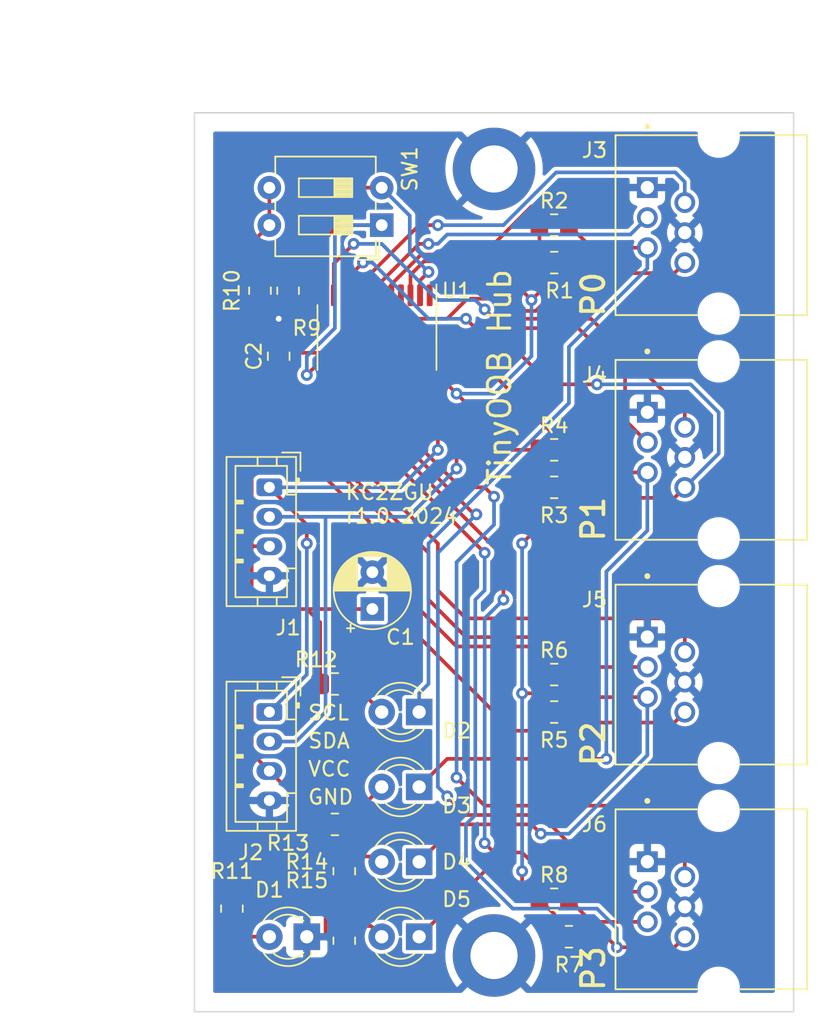
<source format=kicad_pcb>
(kicad_pcb (version 20240108) (generator "pcbnew") (generator_version "8.0")
  (layers (0 "F.Cu" signal) (31 "B.Cu" signal) (34 "B.Paste" user) (35 "F.Paste" user) (36 "B.SilkS" user "B.Silkscreen") (37 "F.SilkS" user "F.Silkscreen") (38 "B.Mask" user) (39 "F.Mask" user) (44 "Edge.Cuts" user))
  (net 0 "")
  (net 1 "+3.3V")
  (net 2 "GND")
  (net 3 "SCL")
  (net 4 "SDA")
  (net 5 "/RBTN0")
  (net 6 "/PBTN0")
  (net 7 "/PSENSE0")
  (net 8 "/SBSENSE0")
  (net 9 "/RBTN1")
  (net 10 "/PBTN1")
  (net 11 "/PSENSE1")
  (net 12 "/SBSENSE1")
  (net 13 "/RBTN2")
  (net 14 "/PBTN2")
  (net 15 "/PSENSE2")
  (net 16 "/SBSENSE2")
  (net 17 "/RBTN3")
  (net 18 "/PBTN3")
  (net 19 "/PSENSE3")
  (net 20 "/SBSENSE3")
  (net 22 "Net-(U1-A0)")
  (net 23 "Net-(U1-A1)")
  (net 24 "Net-(D1-A)")
  (net 25 "Net-(D2-A)")
  (net 26 "Net-(D3-A)")
  (net 27 "Net-(D4-A)")
  (net 28 "Net-(D5-A)")
  (footprint "LED_THT:LED_D3.0mm" (layer "F.Cu") (at 119.38 106.68 180)
    (property "Reference" "D4" (at -2.54 0 180) (layer "F.SilkS"))
    (property "Value" "LED")
    (pad "1" thru_hole rect (at 0 0 180) (size 1.8 1.8) (drill 0.9) (layers "*.Cu" "*.Mask") (net 15 "/PSENSE2"))
    (pad "2" thru_hole circle (at 2.54 0 180) (size 1.8 1.8) (drill 0.9) (layers "*.Cu" "*.Mask") (net 27 "Net-(D4-A)"))
  )
  (footprint "Resistor_SMD:R_0805_2012Metric_Pad1.20x1.40mm_HandSolder" (layer "F.Cu") (at 128.54 109.22)
    (property "Reference" "R8" (at 0 -1.65 0) (layer "F.SilkS"))
    (property "Value" "10K")
    (pad "1" smd roundrect (at -1 0) (size 1.2 1.4) (layers "F.Cu" "F.Paste" "F.Mask") (roundrect_rratio 0.208333) (net 1 "+3.3V"))
    (pad "2" smd roundrect (at 1 0) (size 1.2 1.4) (layers "F.Cu" "F.Paste" "F.Mask") (roundrect_rratio 0.208333) (net 19 "/PSENSE3"))
  )
  (footprint "Resistor_SMD:R_0805_2012Metric_Pad1.20x1.40mm_HandSolder" (layer "F.Cu") (at 113.665 94.615)
    (property "Reference" "R12" (at -1.27 -1.65 0) (layer "F.SilkS"))
    (property "Value" "150")
    (pad "1" smd roundrect (at -1 0) (size 1.2 1.4) (layers "F.Cu" "F.Paste" "F.Mask") (roundrect_rratio 0.208333) (net 1 "+3.3V"))
    (pad "2" smd roundrect (at 1 0) (size 1.2 1.4) (layers "F.Cu" "F.Paste" "F.Mask") (roundrect_rratio 0.208333) (net 25 "Net-(D2-A)"))
  )
  (footprint "LED_THT:LED_D3.0mm" (layer "F.Cu") (at 119.38 101.6 180)
    (property "Reference" "D3" (at -2.54 -1.27 180) (layer "F.SilkS"))
    (property "Value" "LED")
    (pad "1" thru_hole rect (at 0 0 180) (size 1.8 1.8) (drill 0.9) (layers "*.Cu" "*.Mask") (net 11 "/PSENSE1"))
    (pad "2" thru_hole circle (at 2.54 0 180) (size 1.8 1.8) (drill 0.9) (layers "*.Cu" "*.Mask") (net 26 "Net-(D3-A)"))
  )
  (footprint "footprints:CUI_CRJ030-G-TH" (layer "F.Cu") (at 139.7 78.74 90)
    (property "Reference" "J4" (at 5.08 -8.425 180) (layer "F.SilkS"))
    (property "Value" "6P6C")
    (pad "" np_thru_hole circle (at -6 0 90) (size 2.36 2.36) (drill 2.36) (layers "*.Cu" "*.Mask"))
    (pad "" np_thru_hole circle (at 6 0 90) (size 2.36 2.36) (drill 2.36) (layers "*.Cu" "*.Mask"))
    (pad "1" thru_hole rect (at 2.55 -4.84 90) (size 1.408 1.408) (drill 0.9) (layers "*.Cu" "*.Mask") (net 2 "GND"))
    (pad "2" thru_hole circle (at 1.53 -2.3 90) (size 1.408 1.408) (drill 0.9) (layers "*.Cu" "*.Mask") (net 9 "/RBTN1"))
    (pad "3" thru_hole circle (at 0.51 -4.84 90) (size 1.408 1.408) (drill 0.9) (layers "*.Cu" "*.Mask") (net 10 "/PBTN1"))
    (pad "4" thru_hole circle (at -0.51 -2.3 90) (size 1.408 1.408) (drill 0.9) (layers "*.Cu" "*.Mask") (net 2 "GND"))
    (pad "5" thru_hole circle (at -1.53 -4.84 90) (size 1.408 1.408) (drill 0.9) (layers "*.Cu" "*.Mask") (net 11 "/PSENSE1"))
    (pad "6" thru_hole circle (at -2.55 -2.3 90) (size 1.408 1.408) (drill 0.9) (layers "*.Cu" "*.Mask") (net 12 "/SBSENSE1"))
  )
  (footprint "Resistor_SMD:R_0805_2012Metric_Pad1.20x1.40mm_HandSolder" (layer "F.Cu") (at 110.49 67.945 -90)
    (property "Reference" "R9" (at 2.54 -1.27 180) (layer "F.SilkS"))
    (property "Value" "10K")
    (pad "1" smd roundrect (at -1 0 270) (size 1.2 1.4) (layers "F.Cu" "F.Paste" "F.Mask") (roundrect_rratio 0.208333) (net 22 "Net-(U1-A0)"))
    (pad "2" smd roundrect (at 1 0 270) (size 1.2 1.4) (layers "F.Cu" "F.Paste" "F.Mask") (roundrect_rratio 0.208333) (net 2 "GND"))
  )
  (footprint "LED_THT:LED_D3.0mm" (layer "F.Cu") (at 119.38 111.76 180)
    (property "Reference" "D5" (at -2.54 2.54 180) (layer "F.SilkS"))
    (property "Value" "LED")
    (pad "1" thru_hole rect (at 0 0 180) (size 1.8 1.8) (drill 0.9) (layers "*.Cu" "*.Mask") (net 19 "/PSENSE3"))
    (pad "2" thru_hole circle (at 2.54 0 180) (size 1.8 1.8) (drill 0.9) (layers "*.Cu" "*.Mask") (net 28 "Net-(D5-A)"))
  )
  (footprint "Resistor_SMD:R_0805_2012Metric_Pad1.20x1.40mm_HandSolder" (layer "F.Cu") (at 114.3 107.315 90)
    (property "Reference" "R14" (at 0.635 -2.54 0) (layer "F.SilkS"))
    (property "Value" "150")
    (pad "1" smd roundrect (at -1 0 90) (size 1.2 1.4) (layers "F.Cu" "F.Paste" "F.Mask") (roundrect_rratio 0.208333) (net 1 "+3.3V"))
    (pad "2" smd roundrect (at 1 0 90) (size 1.2 1.4) (layers "F.Cu" "F.Paste" "F.Mask") (roundrect_rratio 0.208333) (net 27 "Net-(D4-A)"))
  )
  (footprint "Resistor_SMD:R_0805_2012Metric_Pad1.20x1.40mm_HandSolder" (layer "F.Cu") (at 129.54 111.76)
    (property "Reference" "R7" (at 0 1.905 0) (layer "F.SilkS"))
    (property "Value" "10K")
    (pad "1" smd roundrect (at -1 0) (size 1.2 1.4) (layers "F.Cu" "F.Paste" "F.Mask") (roundrect_rratio 0.208333) (net 1 "+3.3V"))
    (pad "2" smd roundrect (at 1 0) (size 1.2 1.4) (layers "F.Cu" "F.Paste" "F.Mask") (roundrect_rratio 0.208333) (net 20 "/SBSENSE3"))
  )
  (footprint "Resistor_SMD:R_0805_2012Metric_Pad1.20x1.40mm_HandSolder" (layer "F.Cu") (at 108.585 67.945 -90)
    (property "Reference" "R10" (at 0 1.905 90) (layer "F.SilkS"))
    (property "Value" "10K")
    (pad "1" smd roundrect (at -1 0 270) (size 1.2 1.4) (layers "F.Cu" "F.Paste" "F.Mask") (roundrect_rratio 0.208333) (net 23 "Net-(U1-A1)"))
    (pad "2" smd roundrect (at 1 0 270) (size 1.2 1.4) (layers "F.Cu" "F.Paste" "F.Mask") (roundrect_rratio 0.208333) (net 2 "GND"))
  )
  (footprint "MountingHole:MountingHole_3.2mm_M3_DIN965_Pad" (layer "F.Cu") (at 124.46 113.03)
    (property "Reference" "H2" (hide yes))
    (property "Value" "MountingHole_Pad")
    (pad "1" thru_hole circle (at 0 0) (size 5.6 5.6) (drill 3.2) (layers "*.Cu" "*.Mask") (net 2 "GND"))
  )
  (footprint "Connector_JST:JST_PH_B4B-PH-K_1x04_P2.00mm_Vertical" (layer "F.Cu") (at 109.22 96.52 -90)
    (property "Reference" "J2" (at 9.525 1.27 180) (layer "F.SilkS"))
    (property "Value" "Conn_01x04_Male")
    (pad "1" thru_hole roundrect (at 0 0 270) (size 1.2 1.75) (drill 0.75) (layers "*.Cu" "*.Mask") (roundrect_rratio 0.208333) (net 3 "SCL"))
    (pad "2" thru_hole oval (at 2 0 270) (size 1.2 1.75) (drill 0.75) (layers "*.Cu" "*.Mask") (net 4 "SDA"))
    (pad "3" thru_hole oval (at 4 0 270) (size 1.2 1.75) (drill 0.75) (layers "*.Cu" "*.Mask") (net 1 "+3.3V"))
    (pad "4" thru_hole oval (at 6 0 270) (size 1.2 1.75) (drill 0.75) (layers "*.Cu" "*.Mask") (net 2 "GND"))
  )
  (footprint "footprints:CUI_CRJ030-G-TH" (layer "F.Cu") (at 139.7 63.5 90)
    (property "Reference" "J3" (at 5.08 -8.425 180) (layer "F.SilkS"))
    (property "Value" "6P6C")
    (pad "" np_thru_hole circle (at -6 0 90) (size 2.36 2.36) (drill 2.36) (layers "*.Cu" "*.Mask"))
    (pad "" np_thru_hole circle (at 6 0 90) (size 2.36 2.36) (drill 2.36) (layers "*.Cu" "*.Mask"))
    (pad "1" thru_hole rect (at 2.55 -4.84 90) (size 1.408 1.408) (drill 0.9) (layers "*.Cu" "*.Mask") (net 2 "GND"))
    (pad "2" thru_hole circle (at 1.53 -2.3 90) (size 1.408 1.408) (drill 0.9) (layers "*.Cu" "*.Mask") (net 5 "/RBTN0"))
    (pad "3" thru_hole circle (at 0.51 -4.84 90) (size 1.408 1.408) (drill 0.9) (layers "*.Cu" "*.Mask") (net 6 "/PBTN0"))
    (pad "4" thru_hole circle (at -0.51 -2.3 90) (size 1.408 1.408) (drill 0.9) (layers "*.Cu" "*.Mask") (net 2 "GND"))
    (pad "5" thru_hole circle (at -1.53 -4.84 90) (size 1.408 1.408) (drill 0.9) (layers "*.Cu" "*.Mask") (net 7 "/PSENSE0"))
    (pad "6" thru_hole circle (at -2.55 -2.3 90) (size 1.408 1.408) (drill 0.9) (layers "*.Cu" "*.Mask") (net 8 "/SBSENSE0"))
  )
  (footprint "footprints:CUI_CRJ030-G-TH" (layer "F.Cu") (at 139.7 93.98 90)
    (property "Reference" "J5" (at 5.08 -8.425 180) (layer "F.SilkS"))
    (property "Value" "6P6C")
    (pad "" np_thru_hole circle (at -6 0 90) (size 2.36 2.36) (drill 2.36) (layers "*.Cu" "*.Mask"))
    (pad "" np_thru_hole circle (at 6 0 90) (size 2.36 2.36) (drill 2.36) (layers "*.Cu" "*.Mask"))
    (pad "1" thru_hole rect (at 2.55 -4.84 90) (size 1.408 1.408) (drill 0.9) (layers "*.Cu" "*.Mask") (net 2 "GND"))
    (pad "2" thru_hole circle (at 1.53 -2.3 90) (size 1.408 1.408) (drill 0.9) (layers "*.Cu" "*.Mask") (net 13 "/RBTN2"))
    (pad "3" thru_hole circle (at 0.51 -4.84 90) (size 1.408 1.408) (drill 0.9) (layers "*.Cu" "*.Mask") (net 14 "/PBTN2"))
    (pad "4" thru_hole circle (at -0.51 -2.3 90) (size 1.408 1.408) (drill 0.9) (layers "*.Cu" "*.Mask") (net 2 "GND"))
    (pad "5" thru_hole circle (at -1.53 -4.84 90) (size 1.408 1.408) (drill 0.9) (layers "*.Cu" "*.Mask") (net 15 "/PSENSE2"))
    (pad "6" thru_hole circle (at -2.55 -2.3 90) (size 1.408 1.408) (drill 0.9) (layers "*.Cu" "*.Mask") (net 16 "/SBSENSE2"))
  )
  (footprint "Package_SO:TSSOP-24_4.4x7.8mm_P0.65mm" (layer "F.Cu") (at 116.5175 71.12 -90)
    (property "Reference" "U1" (at -3.175 -5.4025 180) (layer "F.SilkS"))
    (property "Value" "PCA9555PW")
    (pad "1" smd roundrect (at -2.8625 -3.575 270) (size 1.475 0.4) (layers "F.Cu" "F.Paste" "F.Mask"))
    (pad "2" smd roundrect (at -2.8625 -2.925 270) (size 1.475 0.4) (layers "F.Cu" "F.Paste" "F.Mask") (net 23 "Net-(U1-A1)"))
    (pad "3" smd roundrect (at -2.8625 -2.275 270) (size 1.475 0.4) (layers "F.Cu" "F.Paste" "F.Mask") (net 1 "+3.3V"))
    (pad "4" smd roundrect (at -2.8625 -1.625 270) (size 1.475 0.4) (layers "F.Cu" "F.Paste" "F.Mask") (net 8 "/SBSENSE0"))
    (pad "5" smd roundrect (at -2.8625 -0.975 270) (size 1.475 0.4) (layers "F.Cu" "F.Paste" "F.Mask") (net 7 "/PSENSE0"))
    (pad "6" smd roundrect (at -2.8625 -0.325 270) (size 1.475 0.4) (layers "F.Cu" "F.Paste" "F.Mask") (net 6 "/PBTN0"))
    (pad "7" smd roundrect (at -2.8625 0.325 270) (size 1.475 0.4) (layers "F.Cu" "F.Paste" "F.Mask") (net 5 "/RBTN0"))
    (pad "8" smd roundrect (at -2.8625 0.975 270) (size 1.475 0.4) (layers "F.Cu" "F.Paste" "F.Mask") (net 12 "/SBSENSE1"))
    (pad "9" smd roundrect (at -2.8625 1.625 270) (size 1.475 0.4) (layers "F.Cu" "F.Paste" "F.Mask") (net 11 "/PSENSE1"))
    (pad "10" smd roundrect (at -2.8625 2.275 270) (size 1.475 0.4) (layers "F.Cu" "F.Paste" "F.Mask") (net 10 "/PBTN1"))
    (pad "11" smd roundrect (at -2.8625 2.925 270) (size 1.475 0.4) (layers "F.Cu" "F.Paste" "F.Mask") (net 9 "/RBTN1"))
    (pad "12" smd roundrect (at -2.8625 3.575 270) (size 1.475 0.4) (layers "F.Cu" "F.Paste" "F.Mask") (net 2 "GND"))
    (pad "13" smd roundrect (at 2.8625 3.575 270) (size 1.475 0.4) (layers "F.Cu" "F.Paste" "F.Mask") (net 16 "/SBSENSE2"))
    (pad "14" smd roundrect (at 2.8625 2.925 270) (size 1.475 0.4) (layers "F.Cu" "F.Paste" "F.Mask") (net 15 "/PSENSE2"))
    (pad "15" smd roundrect (at 2.8625 2.275 270) (size 1.475 0.4) (layers "F.Cu" "F.Paste" "F.Mask") (net 14 "/PBTN2"))
    (pad "16" smd roundrect (at 2.8625 1.625 270) (size 1.475 0.4) (layers "F.Cu" "F.Paste" "F.Mask") (net 13 "/RBTN2"))
    (pad "17" smd roundrect (at 2.8625 0.975 270) (size 1.475 0.4) (layers "F.Cu" "F.Paste" "F.Mask") (net 20 "/SBSENSE3"))
    (pad "18" smd roundrect (at 2.8625 0.325 270) (size 1.475 0.4) (layers "F.Cu" "F.Paste" "F.Mask") (net 19 "/PSENSE3"))
    (pad "19" smd roundrect (at 2.8625 -0.325 270) (size 1.475 0.4) (layers "F.Cu" "F.Paste" "F.Mask") (net 18 "/PBTN3"))
    (pad "20" smd roundrect (at 2.8625 -0.975 270) (size 1.475 0.4) (layers "F.Cu" "F.Paste" "F.Mask") (net 17 "/RBTN3"))
    (pad "21" smd roundrect (at 2.8625 -1.625 270) (size 1.475 0.4) (layers "F.Cu" "F.Paste" "F.Mask") (net 22 "Net-(U1-A0)"))
    (pad "22" smd roundrect (at 2.8625 -2.275 270) (size 1.475 0.4) (layers "F.Cu" "F.Paste" "F.Mask") (net 3 "SCL"))
    (pad "23" smd roundrect (at 2.8625 -2.925 270) (size 1.475 0.4) (layers "F.Cu" "F.Paste" "F.Mask") (net 4 "SDA"))
    (pad "24" smd roundrect (at 2.8625 -3.575 270) (size 1.475 0.4) (layers "F.Cu" "F.Paste" "F.Mask") (net 1 "+3.3V"))
  )
  (footprint "Resistor_SMD:R_0805_2012Metric_Pad1.20x1.40mm_HandSolder" (layer "F.Cu") (at 113.665 104.14)
    (property "Reference" "R13" (at -3.175 1.27 0) (layer "F.SilkS"))
    (property "Value" "150")
    (pad "1" smd roundrect (at -1 0) (size 1.2 1.4) (layers "F.Cu" "F.Paste" "F.Mask") (roundrect_rratio 0.208333) (net 1 "+3.3V"))
    (pad "2" smd roundrect (at 1 0) (size 1.2 1.4) (layers "F.Cu" "F.Paste" "F.Mask") (roundrect_rratio 0.208333) (net 26 "Net-(D3-A)"))
  )
  (footprint "Button_Switch_THT:SW_DIP_SPSTx02_Slide_6.7x6.64mm_W7.62mm_P2.54mm_LowProfile" (layer "F.Cu") (at 116.84 63.5 180)
    (property "Reference" "SW1" (at -1.905 3.81 -90) (layer "F.SilkS"))
    (property "Value" "SW_DIP_x02")
    (pad "1" thru_hole rect (at 0 0 180) (size 1.6 1.6) (drill 0.8) (layers "*.Cu" "*.Mask") (net 22 "Net-(U1-A0)"))
    (pad "2" thru_hole oval (at 0 2.54 180) (size 1.6 1.6) (drill 0.8) (layers "*.Cu" "*.Mask") (net 23 "Net-(U1-A1)"))
    (pad "3" thru_hole oval (at 7.62 2.54 180) (size 1.6 1.6) (drill 0.8) (layers "*.Cu" "*.Mask") (net 1 "+3.3V"))
    (pad "4" thru_hole oval (at 7.62 0 180) (size 1.6 1.6) (drill 0.8) (layers "*.Cu" "*.Mask") (net 1 "+3.3V"))
  )
  (footprint "Resistor_SMD:R_0805_2012Metric_Pad1.20x1.40mm_HandSolder" (layer "F.Cu") (at 106.68 109.855 -90)
    (property "Reference" "R11" (at -2.54 0 180) (layer "F.SilkS"))
    (property "Value" "150")
    (pad "1" smd roundrect (at -1 0 270) (size 1.2 1.4) (layers "F.Cu" "F.Paste" "F.Mask") (roundrect_rratio 0.208333) (net 1 "+3.3V"))
    (pad "2" smd roundrect (at 1 0 270) (size 1.2 1.4) (layers "F.Cu" "F.Paste" "F.Mask") (roundrect_rratio 0.208333) (net 24 "Net-(D1-A)"))
  )
  (footprint "Resistor_SMD:R_0805_2012Metric_Pad1.20x1.40mm_HandSolder" (layer "F.Cu") (at 114.3 112.03 90)
    (property "Reference" "R15" (at 4.08 -2.54 0) (layer "F.SilkS"))
    (property "Value" "150")
    (pad "1" smd roundrect (at -1 0 90) (size 1.2 1.4) (layers "F.Cu" "F.Paste" "F.Mask") (roundrect_rratio 0.208333) (net 1 "+3.3V"))
    (pad "2" smd roundrect (at 1 0 90) (size 1.2 1.4) (layers "F.Cu" "F.Paste" "F.Mask") (roundrect_rratio 0.208333) (net 28 "Net-(D5-A)"))
  )
  (footprint "Resistor_SMD:R_0805_2012Metric_Pad1.20x1.40mm_HandSolder" (layer "F.Cu") (at 128.54 93.98)
    (property "Reference" "R6" (at 0 -1.65 0) (layer "F.SilkS"))
    (property "Value" "10K")
    (pad "1" smd roundrect (at -1 0) (size 1.2 1.4) (layers "F.Cu" "F.Paste" "F.Mask") (roundrect_rratio 0.208333) (net 1 "+3.3V"))
    (pad "2" smd roundrect (at 1 0) (size 1.2 1.4) (layers "F.Cu" "F.Paste" "F.Mask") (roundrect_rratio 0.208333) (net 15 "/PSENSE2"))
  )
  (footprint "Capacitor_SMD:C_0805_2012Metric_Pad1.18x1.45mm_HandSolder" (layer "F.Cu") (at 109.855 72.39 90)
    (property "Reference" "C2" (at 0 -1.68 90) (layer "F.SilkS"))
    (property "Value" "10nF")
    (pad "1" smd roundrect (at -1.0375 0 90) (size 1.175 1.45) (layers "F.Cu" "F.Paste" "F.Mask") (roundrect_rratio 0.212766) (net 1 "+3.3V"))
    (pad "2" smd roundrect (at 1.0375 0 90) (size 1.175 1.45) (layers "F.Cu" "F.Paste" "F.Mask") (roundrect_rratio 0.212766) (net 2 "GND"))
  )
  (footprint "Resistor_SMD:R_0805_2012Metric_Pad1.20x1.40mm_HandSolder" (layer "F.Cu") (at 128.54 81.28)
    (property "Reference" "R3" (at 0 1.905 0) (layer "F.SilkS"))
    (property "Value" "10K")
    (pad "1" smd roundrect (at -1 0) (size 1.2 1.4) (layers "F.Cu" "F.Paste" "F.Mask") (roundrect_rratio 0.208333) (net 1 "+3.3V"))
    (pad "2" smd roundrect (at 1 0) (size 1.2 1.4) (layers "F.Cu" "F.Paste" "F.Mask") (roundrect_rratio 0.208333) (net 12 "/SBSENSE1"))
  )
  (footprint "Capacitor_THT:CP_Radial_D5.0mm_P2.50mm" (layer "F.Cu") (at 116.205 89.535 90)
    (property "Reference" "C1" (at -1.905 1.905 0) (layer "F.SilkS"))
    (property "Value" "10uF")
    (pad "1" thru_hole rect (at 0 0 90) (size 1.6 1.6) (drill 0.8) (layers "*.Cu" "*.Mask") (net 1 "+3.3V"))
    (pad "2" thru_hole circle (at 2.5 0 90) (size 1.6 1.6) (drill 0.8) (layers "*.Cu" "*.Mask") (net 2 "GND"))
  )
  (footprint "LED_THT:LED_D3.0mm" (layer "F.Cu") (at 111.76 111.76 180)
    (property "Reference" "D1" (at 2.54 3.175 180) (layer "F.SilkS"))
    (property "Value" "LED")
    (pad "1" thru_hole rect (at 0 0 180) (size 1.8 1.8) (drill 0.9) (layers "*.Cu" "*.Mask") (net 2 "GND"))
    (pad "2" thru_hole circle (at 2.54 0 180) (size 1.8 1.8) (drill 0.9) (layers "*.Cu" "*.Mask") (net 24 "Net-(D1-A)"))
  )
  (footprint "MountingHole:MountingHole_3.2mm_M3_DIN965_Pad" (layer "F.Cu") (at 124.46 59.69)
    (property "Reference" "H1" (hide yes))
    (property "Value" "MountingHole_Pad")
    (pad "1" thru_hole circle (at 0 0) (size 5.6 5.6) (drill 3.2) (layers "*.Cu" "*.Mask") (net 2 "GND"))
  )
  (footprint "Resistor_SMD:R_0805_2012Metric_Pad1.20x1.40mm_HandSolder" (layer "F.Cu") (at 128.54 66.04)
    (property "Reference" "R1" (at 0.365 1.905 0) (layer "F.SilkS"))
    (property "Value" "10K")
    (pad "1" smd roundrect (at -1 0) (size 1.2 1.4) (layers "F.Cu" "F.Paste" "F.Mask") (roundrect_rratio 0.208333) (net 1 "+3.3V"))
    (pad "2" smd roundrect (at 1 0) (size 1.2 1.4) (layers "F.Cu" "F.Paste" "F.Mask") (roundrect_rratio 0.208333) (net 8 "/SBSENSE0"))
  )
  (footprint "Resistor_SMD:R_0805_2012Metric_Pad1.20x1.40mm_HandSolder" (layer "F.Cu") (at 128.54 78.74)
    (property "Reference" "R4" (at 0 -1.65 0) (layer "F.SilkS"))
    (property "Value" "10K")
    (pad "1" smd roundrect (at -1 0) (size 1.2 1.4) (layers "F.Cu" "F.Paste" "F.Mask") (roundrect_rratio 0.208333) (net 1 "+3.3V"))
    (pad "2" smd roundrect (at 1 0) (size 1.2 1.4) (layers "F.Cu" "F.Paste" "F.Mask") (roundrect_rratio 0.208333) (net 11 "/PSENSE1"))
  )
  (footprint "footprints:CUI_CRJ030-G-TH" (layer "F.Cu") (at 139.7 109.22 90)
    (property "Reference" "J6" (at 5.08 -8.425 180) (layer "F.SilkS"))
    (property "Value" "6P6C")
    (pad "" np_thru_hole circle (at -6 0 90) (size 2.36 2.36) (drill 2.36) (layers "*.Cu" "*.Mask"))
    (pad "" np_thru_hole circle (at 6 0 90) (size 2.36 2.36) (drill 2.36) (layers "*.Cu" "*.Mask"))
    (pad "1" thru_hole rect (at 2.55 -4.84 90) (size 1.408 1.408) (drill 0.9) (layers "*.Cu" "*.Mask") (net 2 "GND"))
    (pad "2" thru_hole circle (at 1.53 -2.3 90) (size 1.408 1.408) (drill 0.9) (layers "*.Cu" "*.Mask") (net 17 "/RBTN3"))
    (pad "3" thru_hole circle (at 0.51 -4.84 90) (size 1.408 1.408) (drill 0.9) (layers "*.Cu" "*.Mask") (net 18 "/PBTN3"))
    (pad "4" thru_hole circle (at -0.51 -2.3 90) (size 1.408 1.408) (drill 0.9) (layers "*.Cu" "*.Mask") (net 2 "GND"))
    (pad "5" thru_hole circle (at -1.53 -4.84 90) (size 1.408 1.408) (drill 0.9) (layers "*.Cu" "*.Mask") (net 19 "/PSENSE3"))
    (pad "6" thru_hole circle (at -2.55 -2.3 90) (size 1.408 1.408) (drill 0.9) (layers "*.Cu" "*.Mask") (net 20 "/SBSENSE3"))
  )
  (footprint "LED_THT:LED_D3.0mm" (layer "F.Cu") (at 119.38 96.52 180)
    (property "Reference" "D2" (at -2.54 -1.27 180) (layer "F.SilkS"))
    (property "Value" "LED")
    (pad "1" thru_hole rect (at 0 0 180) (size 1.8 1.8) (drill 0.9) (layers "*.Cu" "*.Mask") (net 7 "/PSENSE0"))
    (pad "2" thru_hole circle (at 2.54 0 180) (size 1.8 1.8) (drill 0.9) (layers "*.Cu" "*.Mask") (net 25 "Net-(D2-A)"))
  )
  (footprint "Resistor_SMD:R_0805_2012Metric_Pad1.20x1.40mm_HandSolder" (layer "F.Cu") (at 128.54 96.52)
    (property "Reference" "R5" (at 0 1.905 0) (layer "F.SilkS"))
    (property "Value" "10K")
    (pad "1" smd roundrect (at -1 0) (size 1.2 1.4) (layers "F.Cu" "F.Paste" "F.Mask") (roundrect_rratio 0.208333) (net 1 "+3.3V"))
    (pad "2" smd roundrect (at 1 0) (size 1.2 1.4) (layers "F.Cu" "F.Paste" "F.Mask") (roundrect_rratio 0.208333) (net 16 "/SBSENSE2"))
  )
  (footprint "Resistor_SMD:R_0805_2012Metric_Pad1.20x1.40mm_HandSolder" (layer "F.Cu") (at 128.54 63.5)
    (property "Reference" "R2" (at 0 -1.65 0) (layer "F.SilkS"))
    (property "Value" "10K")
    (pad "1" smd roundrect (at -1 0) (size 1.2 1.4) (layers "F.Cu" "F.Paste" "F.Mask") (roundrect_rratio 0.208333) (net 1 "+3.3V"))
    (pad "2" smd roundrect (at 1 0) (size 1.2 1.4) (layers "F.Cu" "F.Paste" "F.Mask") (roundrect_rratio 0.208333) (net 7 "/PSENSE0"))
  )
  (footprint "Connector_JST:JST_PH_B4B-PH-K_1x04_P2.00mm_Vertical" (layer "F.Cu") (at 109.22 81.28 -90)
    (property "Reference" "J1" (at 9.525 -1.27 180) (layer "F.SilkS"))
    (property "Value" "Conn_01x04_Male")
    (pad "1" thru_hole roundrect (at 0 0 270) (size 1.2 1.75) (drill 0.75) (layers "*.Cu" "*.Mask") (roundrect_rratio 0.208333) (net 3 "SCL"))
    (pad "2" thru_hole oval (at 2 0 270) (size 1.2 1.75) (drill 0.75) (layers "*.Cu" "*.Mask") (net 4 "SDA"))
    (pad "3" thru_hole oval (at 4 0 270) (size 1.2 1.75) (drill 0.75) (layers "*.Cu" "*.Mask") (net 1 "+3.3V"))
    (pad "4" thru_hole oval (at 6 0 270) (size 1.2 1.75) (drill 0.75) (layers "*.Cu" "*.Mask") (net 2 "GND"))
  )
  (gr_line (start 104.14 55.88) (end 104.14 116.84) (stroke (width 0.1)) (layer "Edge.Cuts"))
  (gr_line (start 144.78 116.84) (end 144.78 55.88) (stroke (width 0.1)) (layer "Edge.Cuts"))
  (gr_line (start 144.78 55.88) (end 104.14 55.88) (stroke (width 0.1)) (layer "Edge.Cuts"))
  (gr_line (start 104.14 116.84) (end 144.78 116.84) (stroke (width 0.1)) (layer "Edge.Cuts"))
  (gr_text "TinyOOB Hub" (at 125.73 81.28 90) (layer "F.SilkS") (effects (font (size 1.524 1.524) (thickness 0.2032)) (justify left bottom)))
  (gr_text "VCC" (at 111.76 100.965 0) (layer "F.SilkS") (effects (font (size 1 1)) (justify left bottom)))
  (gr_text "SDA" (at 111.76 99.06 0) (layer "F.SilkS") (effects (font (size 1 1)) (justify left bottom)))
  (gr_text "P3" (at 132.08 115.57 90) (layer "F.SilkS") (effects (font (size 1.524 1.524) (thickness 0.254) (bold yes)) (justify left bottom)))
  (gr_text "KC2ZGU\nr1.0 2024" (at 114.3 83.82 0) (layer "F.SilkS") (effects (font (size 1 1)) (justify left bottom)))
  (gr_text "P2" (at 132.08 100.33 90) (layer "F.SilkS") (effects (font (size 1.524 1.524) (thickness 0.254) (bold yes)) (justify left bottom)))
  (gr_text "GND" (at 111.76 102.87 0) (layer "F.SilkS") (effects (font (size 1 1)) (justify left bottom)))
  (gr_text "SCL" (at 111.76 97.155 0) (layer "F.SilkS") (effects (font (size 1 1)) (justify left bottom)))
  (gr_text "P1" (at 132.08 85.09 90) (layer "F.SilkS") (effects (font (size 1.524 1.524) (thickness 0.254) (bold yes)) (justify left bottom)))
  (gr_text "P0" (at 132.08 69.85 90) (layer "F.SilkS") (effects (font (size 1.524 1.524) (thickness 0.254) (bold yes)) (justify left bottom)))
  (segment (start 124.37 65.95) (end 127 68.58) (width 0.25) (layer "F.Cu") (net 1))
  (segment (start 127.54 78.74) (end 127.54 81.28) (width 0.25) (layer "F.Cu") (net 1))
  (segment (start 108.02 91.44) (end 108.02 90.17) (width 0.25) (layer "F.Cu") (net 1))
  (segment (start 111.125 106.68) (end 111.125 104.14) (width 0.25) (layer "F.Cu") (net 1))
  (segment (start 128.54 111.76) (end 128.54 110.22) (width 0.25) (layer "F.Cu") (net 1))
  (segment (start 120.9725 73.9825) (end 121.92 74.93) (width 0.25) (layer "F.Cu") (net 1))
  (segment (start 106.68 108.855) (end 108.95 108.855) (width 0.25) (layer "F.Cu") (net 1))
  (segment (start 119.004999 72.1575) (end 111.125 72.1575) (width 0.25) (layer "F.Cu") (net 1))
  (segment (start 127.54 95.25) (end 126.365 95.25) (width 0.25) (layer "F.Cu") (net 1))
  (segment (start 128.54 110.22) (end 127.54 109.22) (width 0.25) (layer "F.Cu") (net 1))
  (segment (start 113.665 89.535) (end 111.76 89.535) (width 0.25) (layer "F.Cu") (net 1))
  (segment (start 114.3 113.03) (end 113.03 111.76) (width 0.25) (layer "F.Cu") (net 1))
  (segment (start 111.125 72.1575) (end 109.855 73.4275) (width 0.25) (layer "F.Cu") (net 1))
  (segment (start 112.665 90.44) (end 111.76 89.535) (width 0.25) (layer "F.Cu") (net 1))
  (segment (start 109.22 85.28) (end 108.14 85.28) (width 0.25) (layer "F.Cu") (net 1))
  (segment (start 127.54 83.915) (end 126.365 85.09) (width 0.25) (layer "F.Cu") (net 1))
  (segment (start 127 68.58) (end 127.54 68.04) (width 0.25) (layer "F.Cu") (net 1))
  (segment (start 111.125 104.14) (end 111.125 102.425) (width 0.25) (layer "F.Cu") (net 1))
  (segment (start 119.714695 65.95) (end 124.37 65.95) (width 0.25) (layer "F.Cu") (net 1))
  (segment (start 108.95 108.855) (end 111.125 106.68) (width 0.25) (layer "F.Cu") (net 1))
  (segment (start 127.54 63.5) (end 127.54 66.04) (width 0.25) (layer "F.Cu") (net 1))
  (segment (start 120.0925 73.9825) (end 120.9725 73.9825) (width 0.25) (layer "F.Cu") (net 1))
  (segment (start 125.73 78.74) (end 121.92 74.93) (width 0.25) (layer "F.Cu") (net 1))
  (segment (start 126.365 107.315) (end 126.365 108.045) (width 0.25) (layer "F.Cu") (net 1))
  (segment (start 118.7925 66.872195) (end 119.714695 65.95) (width 0.25) (layer "F.Cu") (net 1))
  (segment (start 107.315 65.405) (end 109.22 63.5) (width 0.25) (layer "F.Cu") (net 1))
  (segment (start 113.03 111.76) (end 113.03 108.315) (width 0.25) (layer "F.Cu") (net 1))
  (segment (start 113.03 108.315) (end 112.76 108.315) (width 0.25) (layer "F.Cu") (net 1))
  (segment (start 108.02 74.6275) (end 107.315 73.9225) (width 0.25) (layer "F.Cu") (net 1))
  (segment (start 127.54 95.25) (end 127.54 96.52) (width 0.25) (layer "F.Cu") (net 1))
  (segment (start 126.365 108.045) (end 127.54 109.22) (width 0.25) (layer "F.Cu") (net 1))
  (segment (start 112.76 108.315) (end 111.125 106.68) (width 0.25) (layer "F.Cu") (net 1))
  (segment (start 127.54 81.28) (end 127.54 83.915) (width 0.25) (layer "F.Cu") (net 1))
  (segment (start 120.0925 73.245001) (end 120.0925 73.9825) (width 0.25) (layer "F.Cu") (net 1))
  (segment (start 109.22 63.5) (end 109.22 60.96) (width 0.25) (layer "F.Cu") (net 1))
  (segment (start 127.54 78.74) (end 125.73 78.74) (width 0.25) (layer "F.Cu") (net 1))
  (segment (start 114.3 108.315) (end 113.03 108.315) (width 0.25) (layer "F.Cu") (net 1))
  (segment (start 108.8175 73.4275) (end 109.855 73.4275) (width 0.25) (layer "F.Cu") (net 1))
  (segment (start 112.665 94.615) (end 112.665 90.44) (width 0.25) (layer "F.Cu") (net 1))
  (segment (start 108.02 85.16) (end 108.02 74.6275) (width 0.25) (layer "F.Cu") (net 1))
  (segment (start 109.22 100.52) (end 108.02 99.32) (width 0.25) (layer "F.Cu") (net 1))
  (segment (start 111.125 102.425) (end 109.22 100.52) (width 0.25) (layer "F.Cu") (net 1))
  (segment (start 107.315 73.9225) (end 107.315 65.405) (width 0.25) (layer "F.Cu") (net 1))
  (segment (start 116.205 89.535) (end 113.665 89.535) (width 0.25) (layer "F.Cu") (net 1))
  (segment (start 118.7925 68.2575) (end 118.7925 66.872195) (width 0.25) (layer "F.Cu") (net 1))
  (segment (start 108.02 74.6275) (end 108.02 74.225) (width 0.25) (layer "F.Cu") (net 1))
  (segment (start 127.54 68.04) (end 127.54 66.04) (width 0.25) (layer "F.Cu") (net 1))
  (segment (start 108.02 99.32) (end 108.02 91.44) (width 0.25) (layer "F.Cu") (net 1))
  (segment (start 111.76 89.535) (end 108.02 89.535) (width 0.25) (layer "F.Cu") (net 1))
  (segment (start 119.004999 72.1575) (end 120.0925 73.245001) (width 0.25) (layer "F.Cu") (net 1))
  (segment (start 108.02 90.17) (end 108.02 89.535) (width 0.25) (layer "F.Cu") (net 1))
  (segment (start 112.665 104.14) (end 111.125 104.14) (width 0.25) (layer "F.Cu") (net 1))
  (segment (start 108.02 74.225) (end 108.8175 73.4275) (width 0.25) (layer "F.Cu") (net 1))
  (segment (start 108.02 89.535) (end 108.02 85.16) (width 0.25) (layer "F.Cu") (net 1))
  (segment (start 127.54 93.98) (end 127.54 95.25) (width 0.25) (layer "F.Cu") (net 1))
  (segment (start 108.14 85.28) (end 108.02 85.16) (width 0.25) (layer "F.Cu") (net 1))
  (via (at 126.365 95.25) (size 0.8) (drill 0.4) (layers "F.Cu" "B.Cu") (net 1))
  (via (at 121.92 74.93) (size 0.8) (drill 0.4) (layers "F.Cu" "B.Cu") (net 1))
  (via (at 126.365 107.315) (size 0.8) (drill 0.4) (layers "F.Cu" "B.Cu") (net 1))
  (via (at 126.365 85.09) (size 0.8) (drill 0.4) (layers "F.Cu" "B.Cu") (net 1))
  (via (at 127 68.58) (size 0.8) (drill 0.4) (layers "F.Cu" "B.Cu") (net 1))
  (segment (start 126.365 85.09) (end 126.365 95.25) (width 0.25) (layer "B.Cu") (net 1))
  (segment (start 121.92 74.93) (end 124.46 74.93) (width 0.25) (layer "B.Cu") (net 1))
  (segment (start 126.365 95.25) (end 126.365 107.315) (width 0.25) (layer "B.Cu") (net 1))
  (segment (start 127 72.39) (end 127 68.58) (width 0.25) (layer "B.Cu") (net 1))
  (segment (start 124.46 74.93) (end 127 72.39) (width 0.25) (layer "B.Cu") (net 1))
  (segment (start 109.855 69.58) (end 110.49 68.945) (width 0.25) (layer "F.Cu") (net 2))
  (segment (start 112.255 68.945) (end 112.9425 68.2575) (width 0.25) (layer "F.Cu") (net 2))
  (segment (start 109.855 69.85) (end 109.855 69.58) (width 0.25) (layer "F.Cu") (net 2))
  (segment (start 108.585 68.945) (end 110.49 68.945) (width 0.25) (layer "F.Cu") (net 2))
  (segment (start 110.49 68.945) (end 112.255 68.945) (width 0.25) (layer "F.Cu") (net 2))
  (segment (start 109.855 71.3525) (end 109.855 69.85) (width 0.25) (layer "F.Cu") (net 2))
  (via (at 109.855 69.85) (size 0.8) (drill 0.4) (layers "F.Cu" "B.Cu") (net 2))
  (segment (start 111.76 85.09) (end 111.76 83.82) (width 0.25) (layer "F.Cu") (net 3))
  (segment (start 118.7925 75.6125) (end 118.7925 73.9825) (width 0.25) (layer "F.Cu") (net 3))
  (segment (start 109.22 81.28) (end 111.76 83.82) (width 0.25) (layer "F.Cu") (net 3))
  (segment (start 120.65 77.47) (end 118.7925 75.6125) (width 0.25) (layer "F.Cu") (net 3))
  (segment (start 120.65 78.74) (end 120.65 77.47) (width 0.25) (layer "F.Cu") (net 3))
  (via (at 120.65 78.74) (size 0.8) (drill 0.4) (layers "F.Cu" "B.Cu") (net 3))
  (via (at 111.76 85.09) (size 0.8) (drill 0.4) (layers "F.Cu" "B.Cu") (net 3))
  (segment (start 109.22 96.52) (end 111.76 93.98) (width 0.25) (layer "B.Cu") (net 3))
  (segment (start 109.22 81.28) (end 118.11 81.28) (width 0.25) (layer "B.Cu") (net 3))
  (segment (start 118.11 81.28) (end 120.65 78.74) (width 0.25) (layer "B.Cu") (net 3))
  (segment (start 111.76 93.98) (end 111.76 85.09) (width 0.25) (layer "B.Cu") (net 3))
  (segment (start 119.4425 74.719999) (end 119.4425 73.9825) (width 0.25) (layer "F.Cu") (net 4))
  (segment (start 121.92 77.197499) (end 119.4425 74.719999) (width 0.25) (layer "F.Cu") (net 4))
  (segment (start 121.92 80.01) (end 121.92 77.197499) (width 0.25) (layer "F.Cu") (net 4))
  (via (at 121.92 80.01) (size 0.8) (drill 0.4) (layers "F.Cu" "B.Cu") (net 4))
  (segment (start 109.22 98.52) (end 111.03 98.52) (width 0.25) (layer "B.Cu") (net 4))
  (segment (start 113.03 83.28) (end 118.65 83.28) (width 0.25) (layer "B.Cu") (net 4))
  (segment (start 111.03 98.52) (end 113.03 96.52) (width 0.25) (layer "B.Cu") (net 4))
  (segment (start 109.22 83.28) (end 113.03 83.28) (width 0.25) (layer "B.Cu") (net 4))
  (segment (start 113.03 96.52) (end 113.03 83.28) (width 0.25) (layer "B.Cu") (net 4))
  (segment (start 118.65 83.28) (end 121.92 80.01) (width 0.25) (layer "B.Cu") (net 4))
  (segment (start 116.1925 67.520001) (end 116.205 67.507501) (width 0.25) (layer "F.Cu") (net 5))
  (segment (start 116.1925 67.547209) (end 116.1925 68.2575) (width 0.25) (layer "F.Cu") (net 5))
  (segment (start 116.205 67.507501) (end 116.205 66.675) (width 0.25) (layer "F.Cu") (net 5))
  (segment (start 116.205 66.675) (end 119.38 63.5) (width 0.25) (layer "F.Cu") (net 5))
  (segment (start 116.295 68.155) (end 116.1925 68.2575) (width 0.25) (layer "F.Cu") (net 5))
  (segment (start 119.38 63.5) (end 120.015 63.5) (width 0.25) (layer "F.Cu") (net 5))
  (segment (start 116.1925 68.2575) (end 116.1925 67.520001) (width 0.25) (layer "F.Cu") (net 5))
  (segment (start 120.015 63.5) (end 120.65 63.5) (width 0.25) (layer "F.Cu") (net 5))
  (via (at 120.65 63.5) (size 0.8) (drill 0.4) (layers "F.Cu" "B.Cu") (net 5))
  (segment (start 137.4 60.565) (end 137.4 61.97) (width 0.25) (layer "B.Cu") (net 5))
  (segment (start 128.674 59.921) (end 136.756 59.921) (width 0.25) (layer "B.Cu") (net 5))
  (segment (start 125.095 63.5) (end 128.674 59.921) (width 0.25) (layer "B.Cu") (net 5))
  (segment (start 136.756 59.921) (end 137.4 60.565) (width 0.25) (layer "B.Cu") (net 5))
  (segment (start 120.65 63.5) (end 125.095 63.5) (width 0.25) (layer "B.Cu") (net 5))
  (segment (start 119.38 64.77) (end 120.015 64.77) (width 0.25) (layer "F.Cu") (net 6))
  (segment (start 116.8425 67.3075) (end 119.38 64.77) (width 0.25) (layer "F.Cu") (net 6))
  (segment (start 116.8425 68.2575) (end 116.8425 67.3075) (width 0.25) (layer "F.Cu") (net 6))
  (via (at 120.015 64.77) (size 0.8) (drill 0.4) (layers "F.Cu" "B.Cu") (net 6))
  (segment (start 120.65 64.77) (end 121.285 64.135) (width 0.25) (layer "B.Cu") (net 6))
  (segment (start 121.285 64.135) (end 133.715 64.135) (width 0.25) (layer "B.Cu") (net 6))
  (segment (start 120.015 64.77) (end 120.65 64.77) (width 0.25) (layer "B.Cu") (net 6))
  (segment (start 133.715 64.135) (end 134.86 62.99) (width 0.25) (layer "B.Cu") (net 6))
  (segment (start 117.4925 68.2575) (end 117.4925 67.520001) (width 0.25) (layer "F.Cu") (net 7))
  (segment (start 128.27 62.23) (end 129.54 63.5) (width 0.25) (layer "F.Cu") (net 7))
  (segment (start 119.517501 65.495) (end 123.735 65.495) (width 0.25) (layer "F.Cu") (net 7))
  (segment (start 127 62.23) (end 128.27 62.23) (width 0.25) (layer "F.Cu") (net 7))
  (segment (start 117.4925 67.520001) (end 119.517501 65.495) (width 0.25) (layer "F.Cu") (net 7))
  (segment (start 131.07 65.03) (end 129.54 63.5) (width 0.25) (layer "F.Cu") (net 7))
  (segment (start 123.735 65.495) (end 127 62.23) (width 0.25) (layer "F.Cu") (net 7))
  (segment (start 134.86 65.03) (end 131.07 65.03) (width 0.25) (layer "F.Cu") (net 7))
  (segment (start 129.54 75.565) (end 129.54 71.755) (width 0.25) (layer "B.Cu") (net 7))
  (segment (start 119.38 95.25) (end 120.015 94.615) (width 0.25) (layer "B.Cu") (net 7))
  (segment (start 119.38 96.52) (end 119.38 95.25) (width 0.25) (layer "B.Cu") (net 7))
  (segment (start 120.015 85.09) (end 129.54 75.565) (width 0.25) (layer "B.Cu") (net 7))
  (segment (start 120.015 94.615) (end 120.015 85.09) (width 0.25) (layer "B.Cu") (net 7))
  (segment (start 129.54 71.755) (end 134.86 66.435) (width 0.25) (layer "B.Cu") (net 7))
  (segment (start 134.86 66.435) (end 134.86 65.03) (width 0.25) (layer "B.Cu") (net 7))
  (segment (start 129.54 67.065305) (end 129.54 66.04) (width 0.25) (layer "F.Cu") (net 8))
  (segment (start 122.645 68.49) (end 124.37 68.49) (width 0.25) (layer "F.Cu") (net 8))
  (segment (start 118.1425 68.2575) (end 118.1425 69.2475) (width 0.25) (layer "F.Cu") (net 8))
  (segment (start 136.696 66.754) (end 130.254 66.754) (width 0.25) (layer "F.Cu") (net 8))
  (segment (start 118.1425 69.2475) (end 118.745 69.85) (width 0.25) (layer "F.Cu") (net 8))
  (segment (start 137.4 66.05) (end 136.696 66.754) (width 0.25) (layer "F.Cu") (net 8))
  (segment (start 130.254 66.754) (end 129.54 66.04) (width 0.25) (layer "F.Cu") (net 8))
  (segment (start 125.2 69.32) (end 127.285305 69.32) (width 0.25) (layer "F.Cu") (net 8))
  (segment (start 127.285305 69.32) (end 129.54 67.065305) (width 0.25) (layer "F.Cu") (net 8))
  (segment (start 121.285 69.85) (end 122.645 68.49) (width 0.25) (layer "F.Cu") (net 8))
  (segment (start 124.37 68.49) (end 125.2 69.32) (width 0.25) (layer "F.Cu") (net 8))
  (segment (start 118.745 69.85) (end 121.285 69.85) (width 0.25) (layer "F.Cu") (net 8))
  (segment (start 131.035606 69.85) (end 124.46 69.85) (width 0.25) (layer "F.Cu") (net 9))
  (segment (start 137.4 77.21) (end 137.4 76.214394) (width 0.25) (layer "F.Cu") (net 9))
  (segment (start 114.935 64.77) (end 113.5925 66.1125) (width 0.25) (layer "F.Cu") (net 9))
  (segment (start 124.46 69.85) (end 123.825 69.215) (width 0.25) (layer "F.Cu") (net 9))
  (segment (start 113.5925 66.1125) (end 113.5925 68.2575) (width 0.25) (layer "F.Cu") (net 9))
  (segment (start 137.4 76.214394) (end 131.035606 69.85) (width 0.25) (layer "F.Cu") (net 9))
  (via (at 123.825 69.215) (size 0.8) (drill 0.4) (layers "F.Cu" "B.Cu") (net 9))
  (via (at 114.935 64.77) (size 0.8) (drill 0.4) (layers "F.Cu" "B.Cu") (net 9))
  (segment (start 120.65 68.58) (end 116.84 64.77) (width 0.25) (layer "B.Cu") (net 9))
  (segment (start 116.84 64.77) (end 114.935 64.77) (width 0.25) (layer "B.Cu") (net 9))
  (segment (start 123.19 68.58) (end 120.65 68.58) (width 0.25) (layer "B.Cu") (net 9))
  (segment (start 123.825 69.215) (end 123.19 68.58) (width 0.25) (layer "B.Cu") (net 9))
  (segment (start 130.175 70.485) (end 133.35 73.66) (width 0.25) (layer "F.Cu") (net 10))
  (segment (start 114.2425 67.3675) (end 115.57 66.04) (width 0.25) (layer "F.Cu") (net 10))
  (segment (start 122.555 69.85) (end 123.19 70.485) (width 0.25) (layer "F.Cu") (net 10))
  (segment (start 133.35 73.66) (end 133.35 76.72) (width 0.25) (layer "F.Cu") (net 10))
  (segment (start 114.2425 68.2575) (end 114.2425 67.3675) (width 0.25) (layer "F.Cu") (net 10))
  (segment (start 133.35 76.72) (end 134.86 78.23) (width 0.25) (layer "F.Cu") (net 10))
  (segment (start 123.19 70.485) (end 130.175 70.485) (width 0.25) (layer "F.Cu") (net 10))
  (via (at 122.555 69.85) (size 0.8) (drill 0.4) (layers "F.Cu" "B.Cu") (net 10))
  (via (at 115.57 66.04) (size 0.8) (drill 0.4) (layers "F.Cu" "B.Cu") (net 10))
  (segment (start 115.57 66.04) (end 116.205 66.04) (width 0.25) (layer "B.Cu") (net 10))
  (segment (start 120.015 69.85) (end 122.555 69.85) (width 0.25) (layer "B.Cu") (net 10))
  (segment (start 116.205 66.04) (end 120.015 69.85) (width 0.25) (layer "B.Cu") (net 10))
  (segment (start 134.86 80.27) (end 131.07 80.27) (width 0.25) (layer "F.Cu") (net 11))
  (segment (start 129.54 78.74) (end 122.5075 71.7075) (width 0.25) (layer "F.Cu") (net 11))
  (segment (start 131.07 80.27) (end 129.54 78.74) (width 0.25) (layer "F.Cu") (net 11))
  (segment (start 122.5075 71.7075) (end 116.205 71.7075) (width 0.25) (layer "F.Cu") (net 11))
  (segment (start 121.285 99.695) (end 123.825 99.695) (width 0.25) (layer "F.Cu") (net 11))
  (segment (start 114.8925 70.395) (end 114.8925 68.2575) (width 0.25) (layer "F.Cu") (net 11))
  (segment (start 119.38 101.6) (end 121.285 99.695) (width 0.25) (layer "F.Cu") (net 11))
  (segment (start 116.205 71.7075) (end 114.8925 70.395) (width 0.25) (layer "F.Cu") (net 11))
  (segment (start 123.825 99.695) (end 132.08 99.695) (width 0.25) (layer "F.Cu") (net 11))
  (via (at 132.08 99.695) (size 0.8) (drill 0.4) (layers "F.Cu" "B.Cu") (net 11))
  (segment (start 132.08 86.995) (end 132.08 99.695) (width 0.25) (layer "B.Cu") (net 11))
  (segment (start 134.86 80.27) (end 134.86 84.215) (width 0.25) (layer "B.Cu") (net 11))
  (segment (start 134.86 84.215) (end 132.08 86.995) (width 0.25) (layer "B.Cu") (net 11))
  (segment (start 136.696 81.994) (end 130.254 81.994) (width 0.25) (layer "F.Cu") (net 12))
  (segment (start 128.27 74.295) (end 128.905 74.295) (width 0.25) (layer "F.Cu") (net 12))
  (segment (start 125.095 71.12) (end 128.27 74.295) (width 0.25) (layer "F.Cu") (net 12))
  (segment (start 128.905 74.295) (end 131.445 74.295) (width 0.25) (layer "F.Cu") (net 12))
  (segment (start 130.254 81.994) (end 129.54 81.28) (width 0.25) (layer "F.Cu") (net 12))
  (segment (start 115.5425 68.994999) (end 115.5425 68.2575) (width 0.25) (layer "F.Cu") (net 12))
  (segment (start 137.4 81.29) (end 136.696 81.994) (width 0.25) (layer "F.Cu") (net 12))
  (segment (start 125.095 71.12) (end 117.667501 71.12) (width 0.25) (layer "F.Cu") (net 12))
  (segment (start 117.667501 71.12) (end 115.5425 68.994999) (width 0.25) (layer "F.Cu") (net 12))
  (via (at 131.445 74.295) (size 0.8) (drill 0.4) (layers "F.Cu" "B.Cu") (net 12))
  (segment (start 131.445 74.295) (end 137.795 74.295) (width 0.25) (layer "B.Cu") (net 12))
  (segment (start 137.795 74.295) (end 139.7 76.2) (width 0.25) (layer "B.Cu") (net 12))
  (segment (start 139.7 76.2) (end 139.7 78.99) (width 0.25) (layer "B.Cu") (net 12))
  (segment (start 139.7 78.99) (end 137.4 81.29) (width 0.25) (layer "B.Cu") (net 12))
  (segment (start 122.555 90.17) (end 120.65 88.265) (width 0.25) (layer "F.Cu") (net 13))
  (segment (start 136.115606 90.17) (end 122.555 90.17) (width 0.25) (layer "F.Cu") (net 13))
  (segment (start 137.4 92.45) (end 137.4 91.454394) (width 0.25) (layer "F.Cu") (net 13))
  (segment (start 137.4 91.454394) (end 136.115606 90.17) (width 0.25) (layer "F.Cu") (net 13))
  (segment (start 120.65 88.265) (end 120.65 85.09) (width 0.25) (layer "F.Cu") (net 13))
  (segment (start 120.65 85.09) (end 114.8925 79.3325) (width 0.25) (layer "F.Cu") (net 13))
  (segment (start 114.8925 79.3325) (end 114.8925 73.9825) (width 0.25) (layer "F.Cu") (net 13))
  (segment (start 122.555 91.44) (end 120.015 88.9) (width 0.25) (layer "F.Cu") (net 14))
  (segment (start 114.2425 79.951104) (end 114.2425 73.9825) (width 0.25) (layer "F.Cu") (net 14))
  (segment (start 131.57 93.47) (end 129.54 91.44) (width 0.25) (layer "F.Cu") (net 14))
  (segment (start 129.54 91.44) (end 122.555 91.44) (width 0.25) (layer "F.Cu") (net 14))
  (segment (start 120.015 88.9) (end 120.015 85.723604) (width 0.25) (layer "F.Cu") (net 14))
  (segment (start 120.015 85.723604) (end 114.2425 79.951104) (width 0.25) (layer "F.Cu") (net 14))
  (segment (start 134.86 93.47) (end 131.57 93.47) (width 0.25) (layer "F.Cu") (net 14))
  (segment (start 127.635 92.075) (end 121.92 92.075) (width 0.25) (layer "F.Cu") (net 15))
  (segment (start 119.38 106.68) (end 121.375 104.685) (width 0.25) (layer "F.Cu") (net 15))
  (segment (start 121.92 92.075) (end 119.38 89.535) (width 0.25) (layer "F.Cu") (net 15))
  (segment (start 134.86 95.51) (end 131.07 95.51) (width 0.25) (layer "F.Cu") (net 15))
  (segment (start 131.07 95.51) (end 129.54 93.98) (width 0.25) (layer "F.Cu") (net 15))
  (segment (start 119.38 85.725) (end 113.5925 79.9375) (width 0.25) (layer "F.Cu") (net 15))
  (segment (start 121.375 104.685) (end 121.92 104.14) (width 0.25) (layer "F.Cu") (net 15))
  (segment (start 129.54 93.98) (end 127.635 92.075) (width 0.25) (layer "F.Cu") (net 15))
  (segment (start 121.92 104.14) (end 127 104.14) (width 0.25) (layer "F.Cu") (net 15))
  (segment (start 119.38 89.535) (end 119.38 85.725) (width 0.25) (layer "F.Cu") (net 15))
  (segment (start 127 104.14) (end 127.635 104.775) (width 0.25) (layer "F.Cu") (net 15))
  (segment (start 113.5925 79.9375) (end 113.5925 73.9825) (width 0.25) (layer "F.Cu") (net 15))
  (via (at 127.635 104.775) (size 0.8) (drill 0.4) (layers "F.Cu" "B.Cu") (net 15))
  (segment (start 134.86 99.455) (end 134.86 95.51) (width 0.25) (layer "B.Cu") (net 15))
  (segment (start 129.54 104.775) (end 134.86 99.455) (width 0.25) (layer "B.Cu") (net 15))
  (segment (start 127.635 104.775) (end 129.54 104.775) (width 0.25) (layer "B.Cu") (net 15))
  (segment (start 125.73 97.79) (end 118.745 90.805) (width 0.25) (layer "F.Cu") (net 16))
  (segment (start 136.696 97.234) (end 130.254 97.234) (width 0.25) (layer "F.Cu") (net 16))
  (segment (start 112.9425 80.5575) (end 112.9425 73.9825) (width 0.25) (layer "F.Cu") (net 16))
  (segment (start 130.254 97.234) (end 129.54 96.52) (width 0.25) (layer "F.Cu") (net 16))
  (segment (start 129.54 96.52) (end 128.27 97.79) (width 0.25) (layer "F.Cu") (net 16))
  (segment (start 118.745 90.805) (end 118.745 86.36) (width 0.25) (layer "F.Cu") (net 16))
  (segment (start 128.27 97.79) (end 125.73 97.79) (width 0.25) (layer "F.Cu") (net 16))
  (segment (start 118.745 86.36) (end 112.9425 80.5575) (width 0.25) (layer "F.Cu") (net 16))
  (segment (start 137.4 96.53) (end 136.696 97.234) (width 0.25) (layer "F.Cu") (net 16))
  (segment (start 123.825 102.87) (end 133.575606 102.87) (width 0.25) (layer "F.Cu") (net 17))
  (segment (start 137.4 106.694394) (end 137.4 107.69) (width 0.25) (layer "F.Cu") (net 17))
  (segment (start 121.92 100.965) (end 123.825 102.87) (width 0.25) (layer "F.Cu") (net 17))
  (segment (start 133.575606 102.87) (end 137.4 106.694394) (width 0.25) (layer "F.Cu") (net 17))
  (segment (start 117.4925 73.9825) (end 117.4925 76.607805) (width 0.25) (layer "F.Cu") (net 17))
  (segment (start 123.825 81.28) (end 124.46 81.915) (width 0.25) (layer "F.Cu") (net 17))
  (segment (start 122.164695 81.28) (end 123.825 81.28) (width 0.25) (layer "F.Cu") (net 17))
  (segment (start 117.4925 76.607805) (end 122.164695 81.28) (width 0.25) (layer "F.Cu") (net 17))
  (via (at 121.92 100.965) (size 0.8) (drill 0.4) (layers "F.Cu" "B.Cu") (net 17))
  (via (at 124.46 81.915) (size 0.8) (drill 0.4) (layers "F.Cu" "B.Cu") (net 17))
  (segment (start 124.46 81.915) (end 124.46 83.82) (width 0.25) (layer "B.Cu") (net 17))
  (segment (start 121.92 86.36) (end 121.92 100.965) (width 0.25) (layer "B.Cu") (net 17))
  (segment (start 124.46 83.82) (end 121.92 86.36) (width 0.25) (layer "B.Cu") (net 17))
  (segment (start 116.8425 76.8375) (end 116.8425 73.9825) (width 0.25) (layer "F.Cu") (net 18))
  (segment (start 132.84 108.71) (end 134.86 108.71) (width 0.25) (layer "F.Cu") (net 18))
  (segment (start 127.635 103.505) (end 132.84 108.71) (width 0.25) (layer "F.Cu") (net 18))
  (segment (start 122.555 103.505) (end 127.635 103.505) (width 0.25) (layer "F.Cu") (net 18))
  (segment (start 123.262452 83.112549) (end 123.117549 83.112549) (width 0.25) (layer "F.Cu") (net 18))
  (segment (start 121.285 102.235) (end 122.555 103.505) (width 0.25) (layer "F.Cu") (net 18))
  (segment (start 123.117549 83.112549) (end 116.8425 76.8375) (width 0.25) (layer "F.Cu") (net 18))
  (via (at 121.285 102.235) (size 0.8) (drill 0.4) (layers "F.Cu" "B.Cu") (net 18))
  (via (at 123.262452 83.112549) (size 0.8) (drill 0.4) (layers "F.Cu" "B.Cu") (net 18))
  (segment (start 120.650001 85.725) (end 120.65 85.725) (width 0.25) (layer "B.Cu") (net 18))
  (segment (start 120.65 101.6) (end 121.285 102.235) (width 0.25) (layer "B.Cu") (net 18))
  (segment (start 123.262452 83.112549) (end 120.650001 85.725) (width 0.25) (layer "B.Cu") (net 18))
  (segment (start 120.65 85.725) (end 120.65 101.6) (width 0.25) (layer "B.Cu") (net 18))
  (segment (start 116.1925 77.067195) (end 116.1925 73.9825) (width 0.25) (layer "F.Cu") (net 19))
  (segment (start 124.46 106.045) (end 123.825 105.41) (width 0.25) (layer "F.Cu") (net 19))
  (segment (start 129.54 109.22) (end 126.365 106.045) (width 0.25) (layer "F.Cu") (net 19))
  (segment (start 119.38 111.76) (end 124.46 106.68) (width 0.25) (layer "F.Cu") (net 19))
  (segment (start 125.095 85.969695) (end 116.1925 77.067195) (width 0.25) (layer "F.Cu") (net 19))
  (segment (start 126.365 106.045) (end 124.46 106.045) (width 0.25) (layer "F.Cu") (net 19))
  (segment (start 134.86 110.75) (end 131.07 110.75) (width 0.25) (layer "F.Cu") (net 19))
  (segment (start 125.095 88.9) (end 125.095 85.969695) (width 0.25) (layer "F.Cu") (net 19))
  (segment (start 131.07 110.75) (end 129.54 109.22) (width 0.25) (layer "F.Cu") (net 19))
  (segment (start 124.46 106.68) (end 124.46 106.045) (width 0.25) (layer "F.Cu") (net 19))
  (via (at 125.095 88.9) (size 0.8) (drill 0.4) (layers "F.Cu" "B.Cu") (net 19))
  (via (at 123.825 105.41) (size 0.8) (drill 0.4) (layers "F.Cu" "B.Cu") (net 19))
  (segment (start 123.825 105.41) (end 123.825 90.17) (width 0.25) (layer "B.Cu") (net 19))
  (segment (start 123.825 90.17) (end 125.095 88.9) (width 0.25) (layer "B.Cu") (net 19))
  (segment (start 115.5425 77.4425) (end 115.5425 73.9825) (width 0.25) (layer "F.Cu") (net 20))
  (segment (start 137.4 111.77) (end 136.696 112.474) (width 0.25) (layer "F.Cu") (net 20))
  (segment (start 132.08 111.76) (end 130.54 111.76) (width 0.25) (layer "F.Cu") (net 20))
  (segment (start 136.696 112.474) (end 132.794 112.474) (width 0.25) (layer "F.Cu") (net 20))
  (segment (start 132.794 112.474) (end 132.08 111.76) (width 0.25) (layer "F.Cu") (net 20))
  (segment (start 123.825 85.725) (end 115.5425 77.4425) (width 0.25) (layer "F.Cu") (net 20))
  (via (at 132.794 112.474) (size 0.8) (drill 0.4) (layers "F.Cu" "B.Cu") (net 20))
  (via (at 123.825 85.725) (size 0.8) (drill 0.4) (layers "F.Cu" "B.Cu") (net 20))
  (segment (start 122.555 104.14) (end 122.555 106.68) (width 0.25) (layer "B.Cu") (net 20))
  (segment (start 131.445 109.855) (end 132.794 111.204) (width 0.25) (layer "B.Cu") (net 20))
  (segment (start 123.19 88.9) (end 123.19 103.505) (width 0.25) (layer "B.Cu") (net 20))
  (segment (start 123.825 88.265) (end 123.825 85.725) (width 0.25) (layer "B.Cu") (net 20))
  (segment (start 123.825 88.265) (end 123.19 88.9) (width 0.25) (layer "B.Cu") (net 20))
  (segment (start 132.794 111.204) (end 132.794 112.474) (width 0.25) (layer "B.Cu") (net 20))
  (segment (start 123.19 103.505) (end 122.555 104.14) (width 0.25) (layer "B.Cu") (net 20))
  (segment (start 122.555 106.68) (end 125.73 109.855) (width 0.25) (layer "B.Cu") (net 20))
  (segment (start 125.73 109.855) (end 131.445 109.855) (width 0.25) (layer "B.Cu") (net 20))
  (segment (start 118.1425 73.245001) (end 117.817499 72.92) (width 0.25) (layer "F.Cu") (net 22))
  (segment (start 110.49 66.945) (end 113.935 63.5) (width 0.25) (layer "F.Cu") (net 22))
  (segment (start 112.5 72.92) (end 111.76 73.66) (width 0.25) (layer "F.Cu") (net 22))
  (segment (start 117.817499 72.92) (end 112.5 72.92) (width 0.25) (layer "F.Cu") (net 22))
  (segment (start 118.1425 73.9825) (end 118.1425 73.245001) (width 0.25) (layer "F.Cu") (net 22))
  (segment (start 113.935 63.5) (end 116.84 63.5) (width 0.25) (layer "F.Cu") (net 22))
  (via (at 111.76 73.66) (size 0.8) (drill 0.4) (layers "F.Cu" "B.Cu") (net 22))
  (segment (start 114.3 63.5) (end 116.84 63.5) (width 0.25) (layer "B.Cu") (net 22))
  (segment (start 111.76 72.39) (end 113.665 70.485) (width 0.25) (layer "B.Cu") (net 22))
  (segment (start 111.76 73.66) (end 111.76 72.39) (width 0.25) (layer "B.Cu") (net 22))
  (segment (start 113.665 70.485) (end 113.665 64.135) (width 0.25) (layer "B.Cu") (net 22))
  (segment (start 113.665 64.135) (end 114.3 63.5) (width 0.25) (layer "B.Cu") (net 22))
  (segment (start 114.57 60.96) (end 116.84 60.96) (width 0.25) (layer "F.Cu") (net 23))
  (segment (start 119.4425 67.2475) (end 120.015 66.675) (width 0.25) (layer "F.Cu") (net 23))
  (segment (start 119.4425 68.2575) (end 119.4425 67.2475) (width 0.25) (layer "F.Cu") (net 23))
  (segment (start 108.585 66.945) (end 114.57 60.96) (width 0.25) (layer "F.Cu") (net 23))
  (via (at 120.015 66.675) (size 0.8) (drill 0.4) (layers "F.Cu" "B.Cu") (net 23))
  (segment (start 116.84 60.96) (end 118.745 62.865) (width 0.25) (layer "B.Cu") (net 23))
  (segment (start 120.015 66.675) (end 118.745 65.405) (width 0.25) (layer "B.Cu") (net 23))
  (segment (start 118.745 62.865) (end 118.745 65.405) (width 0.25) (layer "B.Cu") (net 23))
  (segment (start 109.22 111.76) (end 107.585 111.76) (width 0.25) (layer "F.Cu") (net 24))
  (segment (start 107.585 111.76) (end 106.68 110.855) (width 0.25) (layer "F.Cu") (net 24))
  (segment (start 114.665 94.615) (end 114.935 94.615) (width 0.25) (layer "F.Cu") (net 25))
  (segment (start 114.935 94.615) (end 116.84 96.52) (width 0.25) (layer "F.Cu") (net 25))
  (segment (start 114.665 103.775) (end 116.84 101.6) (width 0.25) (layer "F.Cu") (net 26))
  (segment (start 114.665 104.14) (end 114.665 103.775) (width 0.25) (layer "F.Cu") (net 26))
  (segment (start 116.475 106.315) (end 116.84 106.68) (width 0.25) (layer "F.Cu") (net 27))
  (segment (start 114.3 106.315) (end 116.475 106.315) (width 0.25) (layer "F.Cu") (net 27))
  (segment (start 114.3 111.03) (end 116.11 111.03) (width 0.25) (layer "F.Cu") (net 28))
  (segment (start 116.11 111.03) (end 116.84 111.76) (width 0.25) (layer "F.Cu") (net 28))
  (zone (net 2) (net_name "GND") (layer "B.Cu") (connect_pads (clearance 0.25)) (min_thickness 0.25) (fill yes (thermal_gap 0.5) (thermal_bridge_width 0.5))
    (polygon (pts (xy 105.41 57.15) (xy 143.51 57.15) (xy 143.51 115.57) (xy 105.41 115.57)))
  )
)
</source>
